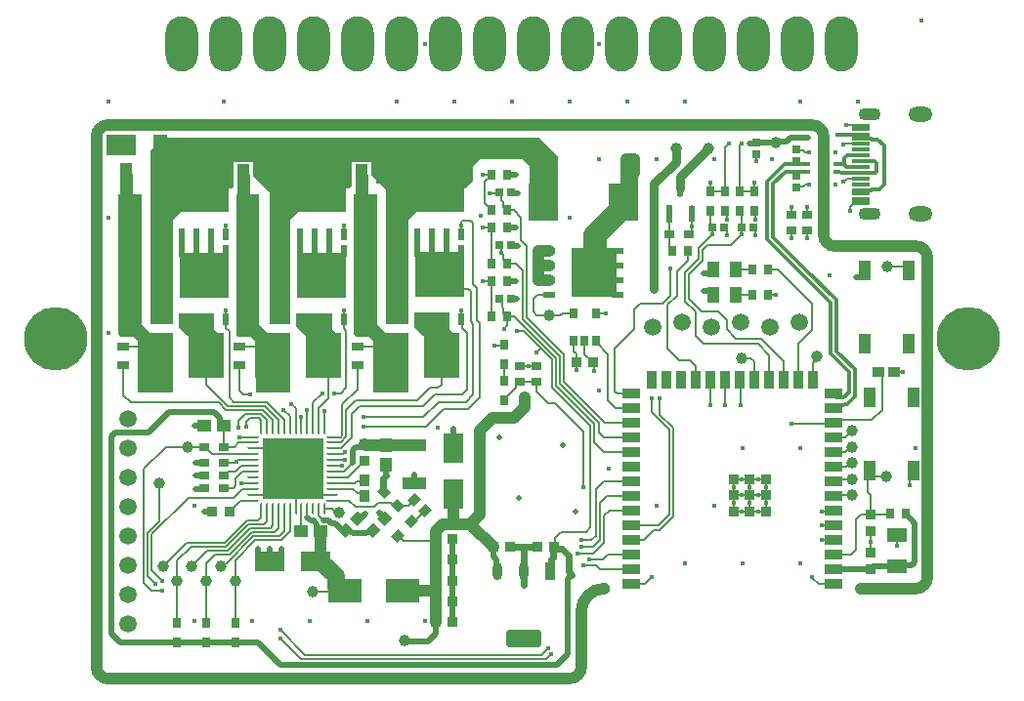
<source format=gtl>
G04*
G04 #@! TF.GenerationSoftware,Altium Limited,Altium Designer,24.0.1 (36)*
G04*
G04 Layer_Physical_Order=1*
G04 Layer_Color=255*
%FSLAX44Y44*%
%MOMM*%
G71*
G04*
G04 #@! TF.SameCoordinates,05413D53-65B9-48FF-A265-3E5B4AF29DD5*
G04*
G04*
G04 #@! TF.FilePolarity,Positive*
G04*
G01*
G75*
%ADD11C,0.2000*%
%ADD13C,0.3000*%
G04:AMPARAMS|DCode=20|XSize=0.9mm|YSize=0.8mm|CornerRadius=0mm|HoleSize=0mm|Usage=FLASHONLY|Rotation=225.000|XOffset=0mm|YOffset=0mm|HoleType=Round|Shape=Rectangle|*
%AMROTATEDRECTD20*
4,1,4,0.0354,0.6010,0.6010,0.0354,-0.0354,-0.6010,-0.6010,-0.0354,0.0354,0.6010,0.0*
%
%ADD20ROTATEDRECTD20*%

G04:AMPARAMS|DCode=22|XSize=0.9mm|YSize=0.8mm|CornerRadius=0mm|HoleSize=0mm|Usage=FLASHONLY|Rotation=135.000|XOffset=0mm|YOffset=0mm|HoleType=Round|Shape=Rectangle|*
%AMROTATEDRECTD22*
4,1,4,0.6010,-0.0354,0.0354,-0.6010,-0.6010,0.0354,-0.0354,0.6010,0.6010,-0.0354,0.0*
%
%ADD22ROTATEDRECTD22*%

G04:AMPARAMS|DCode=23|XSize=1.5596mm|YSize=3.1321mm|CornerRadius=0.4133mm|HoleSize=0mm|Usage=FLASHONLY|Rotation=270.000|XOffset=0mm|YOffset=0mm|HoleType=Round|Shape=RoundedRectangle|*
%AMROUNDEDRECTD23*
21,1,1.5596,2.3055,0,0,270.0*
21,1,0.7330,3.1321,0,0,270.0*
1,1,0.8266,-1.1528,-0.3665*
1,1,0.8266,-1.1528,0.3665*
1,1,0.8266,1.1528,0.3665*
1,1,0.8266,1.1528,-0.3665*
%
%ADD23ROUNDEDRECTD23*%
G04:AMPARAMS|DCode=24|XSize=1.5596mm|YSize=0.8321mm|CornerRadius=0.4161mm|HoleSize=0mm|Usage=FLASHONLY|Rotation=270.000|XOffset=0mm|YOffset=0mm|HoleType=Round|Shape=RoundedRectangle|*
%AMROUNDEDRECTD24*
21,1,1.5596,0.0000,0,0,270.0*
21,1,0.7275,0.8321,0,0,270.0*
1,1,0.8321,0.0000,-0.3638*
1,1,0.8321,0.0000,0.3638*
1,1,0.8321,0.0000,0.3638*
1,1,0.8321,0.0000,-0.3638*
%
%ADD24ROUNDEDRECTD24*%
%ADD25R,0.8321X1.5596*%
%ADD26R,0.8000X0.9000*%
%ADD28R,1.0581X0.9121*%
%ADD29R,1.1000X2.0500*%
%ADD30R,0.6654X0.6725*%
%ADD34R,1.2602X1.7382*%
%ADD35R,0.9581X0.9121*%
%ADD36R,0.9000X0.8000*%
G04:AMPARAMS|DCode=40|XSize=0.2393mm|YSize=1.0096mm|CornerRadius=0.1196mm|HoleSize=0mm|Usage=FLASHONLY|Rotation=180.000|XOffset=0mm|YOffset=0mm|HoleType=Round|Shape=RoundedRectangle|*
%AMROUNDEDRECTD40*
21,1,0.2393,0.7704,0,0,180.0*
21,1,0.0000,1.0096,0,0,180.0*
1,1,0.2393,0.0000,0.3852*
1,1,0.2393,0.0000,0.3852*
1,1,0.2393,0.0000,-0.3852*
1,1,0.2393,0.0000,-0.3852*
%
%ADD40ROUNDEDRECTD40*%
G04:AMPARAMS|DCode=41|XSize=1.0096mm|YSize=0.2393mm|CornerRadius=0.1196mm|HoleSize=0mm|Usage=FLASHONLY|Rotation=180.000|XOffset=0mm|YOffset=0mm|HoleType=Round|Shape=RoundedRectangle|*
%AMROUNDEDRECTD41*
21,1,1.0096,0.0000,0,0,180.0*
21,1,0.7704,0.2393,0,0,180.0*
1,1,0.2393,-0.3852,0.0000*
1,1,0.2393,0.3852,0.0000*
1,1,0.2393,0.3852,0.0000*
1,1,0.2393,-0.3852,0.0000*
%
%ADD41ROUNDEDRECTD41*%
%ADD42R,1.0096X0.2393*%
G04:AMPARAMS|DCode=43|XSize=0.9581mm|YSize=0.9121mm|CornerRadius=0mm|HoleSize=0mm|Usage=FLASHONLY|Rotation=45.000|XOffset=0mm|YOffset=0mm|HoleType=Round|Shape=Rectangle|*
%AMROTATEDRECTD43*
4,1,4,-0.0163,-0.6612,-0.6612,-0.0163,0.0163,0.6612,0.6612,0.0163,-0.0163,-0.6612,0.0*
%
%ADD43ROTATEDRECTD43*%

%ADD44R,0.6725X0.6654*%
%ADD45R,1.1581X1.0121*%
%ADD46R,0.9121X0.9581*%
%ADD47R,1.0121X1.1581*%
%ADD48R,2.0500X1.1000*%
%ADD49R,0.9121X1.0581*%
%ADD54R,2.5000X3.3000*%
%ADD62R,1.7582X1.3055*%
G04:AMPARAMS|DCode=63|XSize=1.5052mm|YSize=0.5721mm|CornerRadius=0.2861mm|HoleSize=0mm|Usage=FLASHONLY|Rotation=90.000|XOffset=0mm|YOffset=0mm|HoleType=Round|Shape=RoundedRectangle|*
%AMROUNDEDRECTD63*
21,1,1.5052,0.0000,0,0,90.0*
21,1,0.9331,0.5721,0,0,90.0*
1,1,0.5721,0.0000,0.4666*
1,1,0.5721,0.0000,-0.4666*
1,1,0.5721,0.0000,-0.4666*
1,1,0.5721,0.0000,0.4666*
%
%ADD63ROUNDEDRECTD63*%
%ADD64R,0.5721X1.5052*%
%ADD65C,1.0000*%
%ADD75R,5.2500X5.2500*%
G04:AMPARAMS|DCode=94|XSize=0.95mm|YSize=0.8mm|CornerRadius=0mm|HoleSize=0mm|Usage=FLASHONLY|Rotation=225.000|XOffset=0mm|YOffset=0mm|HoleType=Round|Shape=Rectangle|*
%AMROTATEDRECTD94*
4,1,4,0.0530,0.6187,0.6187,0.0530,-0.0530,-0.6187,-0.6187,-0.0530,0.0530,0.6187,0.0*
%
%ADD94ROTATEDRECTD94*%

%ADD95C,1.0000*%
%ADD96R,0.9500X0.8000*%
G04:AMPARAMS|DCode=97|XSize=1.4mm|YSize=1mm|CornerRadius=0.075mm|HoleSize=0mm|Usage=FLASHONLY|Rotation=90.000|XOffset=0mm|YOffset=0mm|HoleType=Round|Shape=RoundedRectangle|*
%AMROUNDEDRECTD97*
21,1,1.4000,0.8500,0,0,90.0*
21,1,1.2500,1.0000,0,0,90.0*
1,1,0.1500,0.4250,0.6250*
1,1,0.1500,0.4250,-0.6250*
1,1,0.1500,-0.4250,-0.6250*
1,1,0.1500,-0.4250,0.6250*
%
%ADD97ROUNDEDRECTD97*%
%ADD98R,0.8000X0.9500*%
%ADD99R,1.0000X1.7000*%
%ADD100R,1.0000X0.8000*%
%ADD101R,3.1000X4.0000*%
%ADD102R,1.5000X0.3200*%
%ADD103R,4.2500X4.0000*%
%ADD104R,0.5000X1.0000*%
%ADD105R,1.7000X2.5000*%
%ADD106R,3.0000X2.0000*%
%ADD107R,2.5000X1.7000*%
%ADD108R,0.6500X0.9000*%
%ADD109R,4.0000X4.2500*%
%ADD110R,1.0000X0.5000*%
%ADD111R,0.9000X0.9000*%
%ADD112R,1.5000X0.9000*%
%ADD113R,0.9000X1.5000*%
%ADD114C,0.5000*%
%ADD115C,0.6000*%
%ADD116C,0.8000*%
%ADD117C,1.1000*%
%ADD118C,0.3145*%
%ADD119C,1.5000*%
%ADD120C,2.0000*%
%ADD121O,2.8000X4.8000*%
%ADD122C,1.5000*%
%ADD123C,5.5000*%
%ADD124O,2.1000X1.3000*%
%ADD125O,1.9000X1.1000*%
%ADD126C,0.4000*%
%ADD127C,0.5000*%
G36*
X-341500Y-78000D02*
X-326000D01*
Y-96000D01*
X-326000Y-96000D01*
X-351000D01*
Y-78000D01*
X-341500Y-78000D01*
X-341500Y-78000D01*
D02*
G37*
G36*
X40000Y-97000D02*
Y-137000D01*
X15000D01*
Y-106000D01*
X9000Y-100000D01*
X-28000D01*
X-34000Y-106000D01*
Y-118000D01*
X-41000Y-125000D01*
X-63000D01*
X-90000Y-152000D01*
Y-243000D01*
X-109000D01*
Y-126000D01*
X-122000Y-113000D01*
Y-102000D01*
X-139000D01*
Y-123000D01*
X-141000Y-125000D01*
X-165000D01*
X-192000Y-152000D01*
X-192000Y-243000D01*
X-210000D01*
Y-128000D01*
X-224000Y-114000D01*
Y-102000D01*
X-241000D01*
Y-123000D01*
X-243000Y-125000D01*
X-267000D01*
X-294000Y-152000D01*
Y-243000D01*
X-313000D01*
Y-92000D01*
X-302000Y-81000D01*
X24000D01*
X40000Y-97000D01*
D02*
G37*
G36*
X-54000Y-246890D02*
X-51000Y-249890D01*
Y-252890D01*
X-77000D01*
X-85000Y-244890D01*
Y-232890D01*
X-54000D01*
Y-246890D01*
D02*
G37*
G36*
X-156000Y-247000D02*
X-153000Y-250000D01*
Y-253000D01*
X-179000D01*
X-187000Y-245000D01*
Y-233000D01*
X-156000D01*
Y-247000D01*
D02*
G37*
G36*
X-258000D02*
X-255000Y-250000D01*
Y-253000D01*
X-281000D01*
X-289000Y-245000D01*
Y-233000D01*
X-258000D01*
Y-247000D01*
D02*
G37*
G36*
X-117000Y-242890D02*
X-117000D01*
X-109000Y-250890D01*
Y-257890D01*
X-120000D01*
X-124000Y-253890D01*
X-135000D01*
X-137000Y-251890D01*
Y-243000D01*
X-137000D01*
Y-130000D01*
X-117000D01*
Y-242890D01*
D02*
G37*
G36*
X-219000Y-243000D02*
X-211000Y-251000D01*
Y-258000D01*
X-222000D01*
X-226000Y-254000D01*
X-237000D01*
X-239000Y-252000D01*
Y-250000D01*
Y-130000D01*
X-219000D01*
Y-243000D01*
D02*
G37*
G36*
X-321000D02*
X-313000Y-251000D01*
Y-258000D01*
X-324000D01*
X-328000Y-254000D01*
X-339000D01*
X-341000Y-252000D01*
Y-243000D01*
Y-130000D01*
X-321000D01*
Y-243000D01*
D02*
G37*
G36*
X-90000Y-301890D02*
X-120000D01*
Y-279890D01*
X-90000D01*
Y-301890D01*
D02*
G37*
G36*
X-192000Y-302000D02*
X-222000D01*
Y-280000D01*
X-192000D01*
Y-302000D01*
D02*
G37*
G36*
X-294000D02*
X-324000D01*
Y-280000D01*
X-294000D01*
Y-302000D01*
D02*
G37*
D11*
X221750Y-217000D02*
X229000D01*
X221750Y-217000D02*
X221750Y-217000D01*
X-116000Y-398000D02*
X-105172D01*
X-119000Y-401000D02*
X-116000Y-398000D01*
X-103161Y-400010D02*
X-98990D01*
X-105172Y-398000D02*
X-103161Y-400010D01*
X-99343Y-399657D02*
X-98636Y-400364D01*
X-89910D01*
X-84773Y-395227D01*
X-84773D01*
X-84444Y-413990D02*
X-75227Y-404773D01*
X-86990Y-413990D02*
X-84444D01*
X-94021Y-431000D02*
X-68270D01*
X-66270Y-429000D01*
X-99010Y-426010D02*
X-99010D01*
X-94021Y-431000D01*
X37000Y-436730D02*
Y-428000D01*
Y-436730D02*
X37831Y-437561D01*
X37000Y-428000D02*
X42000Y-423000D01*
X64000D01*
X68000Y-419000D02*
Y-330849D01*
X64000Y-423000D02*
X68000Y-419000D01*
X75000Y-337000D02*
X79200Y-341200D01*
X75000Y-337000D02*
Y-327950D01*
X79200Y-341200D02*
X103500D01*
X79900Y-353900D02*
X103500D01*
X71500Y-345500D02*
Y-329399D01*
Y-345500D02*
X79900Y-353900D01*
X41500Y-294450D02*
X75000Y-327950D01*
X41500Y-294450D02*
Y-270450D01*
X260850Y-276315D02*
X264000Y-273165D01*
X260850Y-290600D02*
Y-276315D01*
X264000Y-273165D02*
Y-271000D01*
X248150Y-290600D02*
Y-259850D01*
X260000Y-248000D01*
Y-225000D01*
X-155652Y-402513D02*
X-152165Y-406000D01*
X-162500Y-402513D02*
X-155652D01*
X-152165Y-406000D02*
X-150000D01*
X278500Y-392000D02*
X279500Y-391000D01*
X295000D01*
X280800Y-377000D02*
X295000D01*
X278500Y-379300D02*
X280800Y-377000D01*
X289235Y-366600D02*
X292835Y-363000D01*
X278500Y-366600D02*
X289235D01*
X292835Y-363000D02*
X295000D01*
X289000Y-353900D02*
X293900Y-349000D01*
X278500Y-353900D02*
X289000D01*
X293900Y-349000D02*
X295000D01*
X288800Y-341200D02*
X295000Y-335000D01*
X278500Y-341200D02*
X288800D01*
X312000Y-326000D02*
X321000Y-317000D01*
X281000Y-326000D02*
X312000D01*
X278000Y-329000D02*
X281000Y-326000D01*
X308000Y-371500D02*
X310000Y-369500D01*
X308000Y-388250D02*
Y-371500D01*
X310500Y-407730D02*
Y-390750D01*
X308000Y-388250D02*
X310500Y-390750D01*
X317230Y-284000D02*
X317439D01*
X321000Y-287561D01*
Y-317000D02*
Y-287561D01*
X344500Y-382000D02*
Y-373000D01*
X348000Y-369500D01*
X310000Y-375000D02*
Y-369500D01*
Y-375000D02*
X310000Y-375000D01*
X324000D01*
X207000Y-272000D02*
X210050Y-275050D01*
X199000Y-272000D02*
X207000D01*
X210050Y-290600D02*
Y-275050D01*
X213000Y-260000D02*
X222750Y-269750D01*
X166000Y-260000D02*
X213000D01*
X222750Y-290600D02*
Y-269750D01*
X159000Y-253000D02*
Y-232000D01*
Y-253000D02*
X166000Y-260000D01*
X194000Y-255000D02*
X216000D01*
X235450Y-274450D01*
X186000Y-247000D02*
X194000Y-255000D01*
X186000Y-247000D02*
Y-239000D01*
X7000Y-279250D02*
X21000D01*
X330770Y-284000D02*
X339000D01*
X242000Y-329000D02*
X278000D01*
X37000Y-311000D02*
X62000Y-336000D01*
X31000Y-311000D02*
X37000D01*
X62000Y-384000D02*
Y-336000D01*
X21000Y-301000D02*
X31000Y-311000D01*
X21000Y-301000D02*
Y-292750D01*
X34500Y-297349D02*
X68000Y-330849D01*
X34500Y-297349D02*
Y-273450D01*
X38000Y-295899D02*
Y-272000D01*
Y-295899D02*
X71500Y-329399D01*
X45000Y-293000D02*
X80500Y-328500D01*
X45000Y-293000D02*
Y-269000D01*
X80500Y-328500D02*
X103500D01*
X7000Y-292750D02*
X7000Y-292750D01*
X21000D01*
X3250Y-297750D02*
Y-295750D01*
X6250Y-292750D01*
X-7000Y-308500D02*
Y-308000D01*
X3250Y-297750D01*
X6250Y-292750D02*
X7000D01*
X-7000Y-291500D02*
Y-277500D01*
X-7500Y-261000D02*
X-7000Y-260500D01*
X-15000Y-261000D02*
X-7500D01*
X292750Y-144500D02*
X293133Y-144117D01*
Y-140668D01*
X296400Y-137400D01*
X302300D01*
X289950Y-70200D02*
X302100D01*
X302300Y-70399D01*
X289750Y-70000D02*
X289950Y-70200D01*
X-239125Y-361625D02*
X-238000Y-360500D01*
X-224512D01*
X-249500Y-362750D02*
X-240250D01*
X-239125Y-361625D01*
X-148250Y-365500D02*
X-147250D01*
X-148250Y-365500D02*
X-148250Y-365500D01*
X-155487Y-365500D02*
X-148250D01*
X212000Y-101000D02*
Y-95071D01*
X-112890Y-262000D02*
X-105000Y-269890D01*
X-134000Y-262000D02*
X-112890D01*
X265659Y-468200D02*
X278500D01*
X260000Y-462541D02*
X265659Y-468200D01*
X260000Y-462541D02*
Y-462000D01*
X114800Y-468200D02*
X121000Y-462000D01*
X103500Y-468200D02*
X114800D01*
X-200000Y-368000D02*
X-192000D01*
X-210000Y-378000D02*
X-200000Y-368000D01*
X-202000Y-388000D02*
Y-386071D01*
X-200000Y-384071D01*
Y-380000D01*
X-202000Y-378000D02*
X-200000Y-380000D01*
X-205500Y-383500D02*
Y-381500D01*
X-210000Y-388000D02*
X-205500Y-383500D01*
X-202000Y-378000D02*
X-192000Y-368000D01*
X-190000D01*
X-205500Y-381500D02*
X-202000Y-378000D01*
X-190000Y-368000D02*
X-187500Y-370500D01*
X-207500Y-350500D02*
X-190000Y-368000D01*
X-212500Y-390500D02*
X-210000Y-388000D01*
X-206000Y-384000D02*
Y-383000D01*
X-210000Y-388000D02*
X-210000D01*
X256000Y-168000D02*
Y-161500D01*
X256000Y-168000D02*
X256000Y-168000D01*
X242000Y-168000D02*
Y-161750D01*
X241750Y-161500D02*
X242000Y-161750D01*
X206000Y-391000D02*
X220000D01*
X192000D02*
X206000D01*
Y-377000D02*
X220000D01*
X206000Y-391000D02*
Y-377000D01*
Y-405000D02*
Y-391000D01*
X206000Y-405000D02*
X220000D01*
X206000D02*
X206000Y-405000D01*
X192000Y-391000D02*
Y-377000D01*
Y-405000D02*
Y-391000D01*
Y-405000D02*
X192000Y-405000D01*
X192000Y-405000D02*
X206000D01*
X192000Y-405000D02*
X192000Y-405000D01*
X220000Y-391000D02*
Y-377000D01*
Y-405000D02*
Y-391000D01*
X192000Y-377000D02*
X206000D01*
X162000Y-177000D02*
X174000Y-165000D01*
X162000Y-186000D02*
Y-177000D01*
X199000Y-165000D02*
X199000D01*
X189750Y-174250D02*
X199000Y-165000D01*
X165500Y-178500D02*
X169750Y-174250D01*
X189750D01*
X165500Y-187450D02*
Y-178500D01*
X164000Y-231500D02*
X178500D01*
X186000Y-239000D01*
X153500Y-221000D02*
X164000Y-231500D01*
X153500Y-199450D02*
X165500Y-187450D01*
X153500Y-221000D02*
Y-199450D01*
X235450Y-290600D02*
Y-274450D01*
X150000Y-198000D02*
X162000Y-186000D01*
X150000Y-223000D02*
Y-198000D01*
Y-223000D02*
X159000Y-232000D01*
X135000Y-226000D02*
X143000Y-218000D01*
X135000Y-264000D02*
Y-226000D01*
Y-264000D02*
X137000Y-266000D01*
Y-266000D02*
X145000Y-274000D01*
X137000Y-266000D02*
Y-266000D01*
X145000Y-274000D02*
X154000D01*
X159250Y-279250D01*
Y-290600D02*
Y-279250D01*
X143000Y-218000D02*
Y-197000D01*
X152750Y-187250D01*
Y-179000D01*
X130000Y-225000D02*
X137000Y-218000D01*
Y-194000D01*
X-7000Y-246500D02*
X-4250Y-243750D01*
Y-236000D01*
X-7000Y-247000D02*
Y-246500D01*
X-18000Y-236250D02*
X-17750Y-236000D01*
Y-205000D01*
X-11536Y-129000D02*
X-11036Y-128500D01*
X-19500Y-129000D02*
X-11536D01*
X-24000Y-137750D02*
X-21500Y-140250D01*
X-17750Y-113750D02*
Y-113000D01*
X-24000Y-137750D02*
Y-119250D01*
X-17750Y-144000D02*
Y-143250D01*
X-20750Y-140250D02*
X-17750Y-143250D01*
X-24000Y-119250D02*
X-21500Y-116750D01*
X-20750D01*
X-21500Y-140250D02*
X-20750D01*
Y-116750D02*
X-17750Y-113750D01*
X211000Y-152000D02*
Y-145500D01*
X210000Y-144500D02*
X211000Y-145500D01*
X210000Y-127500D02*
Y-120000D01*
X210000Y-127500D02*
X210000Y-127500D01*
X199000Y-165000D02*
Y-159036D01*
X198964Y-159000D02*
X199000Y-159036D01*
X174000Y-165000D02*
Y-159036D01*
X173964Y-159000D02*
X174000Y-159036D01*
X198964Y-159000D02*
Y-146464D01*
X197000Y-144500D02*
X198964Y-146464D01*
X172000Y-157036D02*
X173964Y-159000D01*
X172000Y-157036D02*
Y-144500D01*
X171500Y-145000D02*
X172000Y-144500D01*
X172000Y-127500D02*
Y-120000D01*
X172000Y-127500D02*
X172000Y-127500D01*
X-201000Y-508000D02*
X-179500Y-529500D01*
X25500D01*
X31000Y-524000D01*
X83200Y-442800D02*
X103500D01*
X79000Y-447000D02*
X83200Y-442800D01*
X67000Y-447000D02*
X79000D01*
X73000Y-452000D02*
X76500Y-455500D01*
X62000Y-452000D02*
X73000D01*
X-201000Y-515000D02*
X-183000Y-533000D01*
X209036Y-159000D02*
X211000Y-160964D01*
Y-166000D02*
Y-160964D01*
X186000Y-166000D02*
Y-160964D01*
X184036Y-159000D02*
X186000Y-160964D01*
Y-152000D02*
Y-145500D01*
X185000Y-144500D02*
X186000Y-145500D01*
X185000Y-89000D02*
X188000Y-86000D01*
X185000Y-127500D02*
Y-89000D01*
X197000Y-127500D02*
Y-88000D01*
X199000Y-86000D01*
X197000Y-127500D02*
X210000D01*
X172000Y-127500D02*
X185000D01*
X221750Y-217000D02*
X223000Y-215750D01*
X25025Y-263975D02*
X34500Y-273450D01*
X10050Y-249000D02*
X25025Y-263975D01*
X21541Y-267000D02*
X24566Y-263975D01*
X21000Y-267000D02*
X21541D01*
X24566Y-263975D02*
X25025D01*
X230000Y-195000D02*
X260000Y-225000D01*
X221750Y-195000D02*
X230000D01*
X193500Y-217000D02*
X208250D01*
X193500Y-195000D02*
X208250D01*
X111000Y-225000D02*
X130000D01*
X60000Y-436000D02*
X70000D01*
X60000Y-430000D02*
X69000D01*
X4000Y-249000D02*
X10050D01*
X2000Y-236000D02*
X38000Y-272000D01*
X9500Y-238450D02*
X41500Y-270450D01*
X13000Y-237000D02*
X45000Y-269000D01*
X-254250Y-310750D02*
X-247750Y-317250D01*
X-215772D01*
X-330500Y-310750D02*
X-254250D01*
X-246250Y-313750D02*
X-214322D01*
X-265000Y-295000D02*
Y-270000D01*
Y-295000D02*
X-246250Y-313750D01*
X-183000Y-533000D02*
X30000Y-533000D01*
X34000Y-529000D01*
X71000Y-283000D02*
Y-276730D01*
X70270Y-276000D02*
X71000Y-276730D01*
X106000Y-230000D02*
X111000Y-225000D01*
X89000Y-264000D02*
X106000Y-247000D01*
Y-230000D01*
X89000Y-301000D02*
Y-264000D01*
Y-301000D02*
X91100Y-303100D01*
X103500D01*
X325000Y-193000D02*
X340500D01*
X344000Y-196500D01*
X84300Y-404700D02*
X103500D01*
X80000Y-432000D02*
Y-409000D01*
X84300Y-404700D01*
X76500Y-397500D02*
X82000Y-392000D01*
X103500D01*
X76500Y-429500D02*
Y-397500D01*
X79700Y-379300D02*
X103500D01*
X73000Y-426000D02*
Y-386000D01*
X79700Y-379300D01*
X70000Y-436000D02*
X76500Y-429500D01*
X69000Y-430000D02*
X73000Y-426000D01*
X70000Y-442000D02*
X80000Y-432000D01*
X57000Y-442000D02*
X70000D01*
X-312000Y-474000D02*
X-303000D01*
X-319000Y-467000D02*
X-312000Y-474000D01*
X-315500Y-461500D02*
X-309000Y-468000D01*
X-312000Y-456000D02*
Y-425000D01*
Y-456000D02*
X-303000Y-465000D01*
X-281250Y-349000D02*
X-266000D01*
X-319000Y-467000D02*
Y-368000D01*
X-300000Y-349000D01*
X-281250D01*
X-315500Y-461500D02*
Y-423550D01*
X-306000Y-414050D01*
Y-381000D01*
X-312000Y-425000D02*
X-280250Y-393250D01*
X-241250D01*
X103500Y-430100D02*
X113900D01*
X123100Y-420900D02*
X128050D01*
X113900Y-430100D02*
X123100Y-420900D01*
X128000Y-321050D02*
X139500Y-332550D01*
X128000Y-321050D02*
Y-307000D01*
X139500Y-409450D02*
Y-332550D01*
X128050Y-420900D02*
X139500Y-409450D01*
X121000Y-319000D02*
Y-307000D01*
Y-319000D02*
X136000Y-334000D01*
Y-408000D02*
Y-334000D01*
X126600Y-417400D02*
X136000Y-408000D01*
X103500Y-417400D02*
X126600D01*
X76500Y-455500D02*
X103500D01*
X-290000Y-518500D02*
X-290000Y-518500D01*
X-4250Y-236000D02*
X2000D01*
X9500Y-238450D02*
Y-196000D01*
X3500Y-190000D02*
X9500Y-196000D01*
X-4250Y-190000D02*
X3500D01*
X72500Y-258250D02*
X83000Y-268750D01*
Y-309000D02*
Y-268750D01*
X72500Y-258250D02*
Y-257000D01*
X13000Y-237000D02*
Y-175000D01*
X8000Y-170000D02*
X13000Y-175000D01*
X8000Y-170000D02*
Y-150000D01*
X2000Y-144000D02*
X8000Y-150000D01*
X-4250Y-144000D02*
X2000D01*
X83000Y-309000D02*
X89800Y-315800D01*
X103500D01*
X268000Y-430000D02*
X278400D01*
X278500Y-430100D01*
X278100Y-417000D02*
X278500Y-417400D01*
X268000Y-417000D02*
X278100D01*
X278200Y-405000D02*
X278500Y-404700D01*
X268000Y-405000D02*
X278200D01*
X-173000Y-475000D02*
X-146000D01*
X197350Y-290600D02*
X198000Y-291250D01*
Y-313000D02*
Y-291250D01*
X184650Y-290600D02*
X185000Y-290950D01*
Y-313000D02*
Y-290950D01*
X171950Y-290600D02*
X172000Y-290650D01*
Y-313000D02*
Y-290650D01*
X-240000Y-447500D02*
X-222500Y-430000D01*
X-240000Y-465000D02*
Y-447500D01*
X-250335Y-452500D02*
X-247953Y-450118D01*
X-247568D02*
X-223950Y-426500D01*
X-252500Y-452500D02*
X-250335D01*
X-247953Y-450118D02*
X-247568D01*
X-240000Y-501500D02*
Y-465000D01*
Y-501500D02*
X-240000Y-501500D01*
X-265000Y-501500D02*
Y-465000D01*
Y-501500D02*
X-265000Y-501500D01*
X-290000D02*
X-290000Y-501500D01*
X-290000Y-501500D02*
Y-465000D01*
X-223950Y-426500D02*
X-201450D01*
X-217500Y-410000D02*
Y-402513D01*
X-220000Y-412500D02*
X-217500Y-410000D01*
X-229749Y-412500D02*
X-220000D01*
X-249249Y-432000D02*
X-229749Y-412500D01*
X-282000Y-432000D02*
X-249249D01*
X-302500Y-452500D02*
X-282000Y-432000D01*
X-290000Y-465000D02*
Y-447500D01*
X-290000Y-465000D02*
X-290000Y-465000D01*
X-278000Y-435500D02*
X-247799D01*
X-290000Y-447500D02*
X-278000Y-435500D01*
X-247799D02*
X-228299Y-416000D01*
X-215000D01*
X-212500Y-413500D02*
Y-402513D01*
X-215000Y-416000D02*
X-212500Y-413500D01*
X-257500Y-442500D02*
X-244900D01*
X-225399Y-423000D01*
X-209500Y-419500D02*
X-207500Y-417500D01*
Y-402513D01*
X-226849Y-419500D02*
X-209500D01*
X-264000Y-439000D02*
X-246349D01*
X-226849Y-419500D01*
X-277500Y-452500D02*
X-264000Y-439000D01*
X-225399Y-423000D02*
X-205500D01*
X-202500Y-420000D01*
Y-402513D01*
X-265000Y-450000D02*
X-257500Y-442500D01*
X-265000Y-465000D02*
Y-450000D01*
X-201450Y-426500D02*
X-197500Y-422550D01*
Y-402513D01*
X-200000Y-430000D02*
X-192500Y-422500D01*
Y-402513D01*
X-222500Y-430000D02*
X-200000D01*
X-187500Y-370500D02*
X-167500Y-390500D01*
X-187500Y-402513D02*
Y-370500D01*
X287541Y-119250D02*
X290466Y-116325D01*
X287000Y-119250D02*
X287541D01*
X290466Y-116325D02*
X302225D01*
X302300Y-116400D01*
X241750Y-148000D02*
Y-140750D01*
X256000Y-148000D02*
X256000Y-148000D01*
X256000Y-148000D02*
Y-140750D01*
X287050Y-86450D02*
X302250D01*
X287000Y-86500D02*
X287050Y-86450D01*
X302250D02*
X302300Y-86400D01*
X246750Y-91214D02*
X247495Y-91959D01*
X252598D02*
X254159Y-93520D01*
X256770D02*
X257000Y-93750D01*
X247495Y-91959D02*
X252598D01*
X254159Y-93520D02*
X256770D01*
X252598Y-123041D02*
X254034Y-121605D01*
X256895D01*
X257000Y-121500D01*
X247495Y-123041D02*
X252598D01*
X246750Y-123786D02*
X247495Y-123041D01*
X333750Y-434750D02*
Y-425236D01*
X310750Y-440230D02*
Y-431750D01*
X310500Y-440480D02*
X310750Y-440230D01*
Y-431750D02*
Y-422520D01*
X310500Y-422270D02*
X310750Y-422520D01*
X326520Y-407730D02*
X327750Y-406500D01*
X310500Y-407730D02*
X326520D01*
X298000Y-411750D02*
X302020Y-407730D01*
X310500D01*
X298000Y-438250D02*
Y-411750D01*
X278500Y-442800D02*
X293450D01*
X298000Y-438250D01*
X-266000Y-349000D02*
X-266000Y-349000D01*
X-248250Y-230750D02*
X-248100Y-230900D01*
Y-238440D02*
Y-230900D01*
Y-238440D02*
X-247950Y-238590D01*
X-145975Y-164565D02*
Y-157025D01*
X-146000Y-157000D02*
X-145975Y-157025D01*
Y-164565D02*
X-145950Y-164590D01*
X-76750Y-323500D02*
X-63500Y-310250D01*
X-128500Y-323500D02*
X-76750D01*
X-63500Y-310250D02*
X-40000D01*
X-34000Y-207750D02*
Y-155000D01*
Y-207750D02*
X-30250Y-211500D01*
Y-239000D02*
Y-211500D01*
Y-239000D02*
X-27750Y-241500D01*
Y-306000D02*
Y-241500D01*
X-44000Y-157000D02*
X-43757Y-156757D01*
Y-154172D02*
X-42586Y-153000D01*
X-36000D01*
X-43757Y-156757D02*
Y-154172D01*
X-36000Y-153000D02*
X-34000Y-155000D01*
X-37750Y-316000D02*
X-27750Y-306000D01*
X-59000Y-316000D02*
X-37750D01*
X-74250Y-331250D02*
X-59000Y-316000D01*
X-128500Y-331250D02*
X-74250D01*
X-45000Y-212000D02*
X-37750D01*
X-35500Y-214250D01*
Y-240250D02*
Y-214250D01*
X-33500Y-303750D02*
Y-242250D01*
X-35500Y-240250D02*
X-33500Y-242250D01*
X-40000Y-310250D02*
X-33500Y-303750D01*
X-155412Y-360425D02*
X-144675D01*
X-144500Y-360250D01*
X-155487Y-360500D02*
X-155412Y-360425D01*
X-146791Y-355500D02*
X-145041Y-353750D01*
X-144500D01*
X-155487Y-355500D02*
X-146791D01*
X-43950Y-238480D02*
X-43500Y-238930D01*
Y-245750D02*
Y-238930D01*
Y-245750D02*
X-38750Y-250500D01*
Y-299500D02*
Y-250500D01*
X-42750Y-303500D02*
X-38750Y-299500D01*
X-77250Y-314000D02*
X-66750Y-303500D01*
X-42750D01*
X-132250Y-314000D02*
X-77250D01*
X-138750Y-320500D02*
X-132250Y-314000D01*
X-138750Y-340649D02*
Y-320500D01*
X-148525Y-350425D02*
X-138750Y-340649D01*
X-155412Y-350425D02*
X-148525D01*
X-155487Y-350500D02*
X-155412Y-350425D01*
X-61000Y-295000D02*
Y-269890D01*
X-71500Y-298000D02*
X-64000D01*
X-61000Y-295000D01*
X-82250Y-308750D02*
X-71500Y-298000D01*
X-143500Y-317000D02*
X-135250Y-308750D01*
X-82250D01*
X-143500Y-340450D02*
Y-317000D01*
X-155487Y-345500D02*
X-155412Y-345425D01*
X-148475D01*
X-143500Y-340450D01*
X-145500Y-370500D02*
X-138250Y-363250D01*
X-147000Y-312250D02*
X-134000Y-299250D01*
Y-278000D01*
X-147000Y-339000D02*
Y-312250D01*
X-148500Y-340500D02*
X-147000Y-339000D01*
X-155487Y-340500D02*
X-148500D01*
X-236000Y-300250D02*
X-232750Y-303500D01*
X-227250D01*
X-191500Y-311750D02*
X-187500Y-315750D01*
Y-333488D02*
Y-315750D01*
Y-333488D02*
X-187500Y-333488D01*
X-162500Y-318250D02*
X-162500Y-318250D01*
Y-333488D02*
X-162500Y-333488D01*
X-162500Y-333488D02*
Y-318250D01*
X-145950Y-245800D02*
Y-238590D01*
Y-245800D02*
X-143500Y-248250D01*
Y-298000D02*
Y-248250D01*
X-148000Y-302500D02*
X-143500Y-298000D01*
X-153750Y-302500D02*
X-148000D01*
X-172500Y-310750D02*
X-164500Y-302750D01*
X-172500Y-333488D02*
Y-310750D01*
X-163000Y-270000D02*
X-159000Y-274000D01*
Y-306750D02*
Y-274000D01*
X-167500Y-315250D02*
X-159000Y-306750D01*
X-167500Y-333488D02*
Y-315250D01*
X-177500Y-317000D02*
X-177500Y-317000D01*
Y-333488D02*
Y-317000D01*
X-182500Y-333488D02*
Y-322750D01*
X-182500Y-322750D02*
X-182500Y-322750D01*
X-236000Y-300250D02*
Y-278000D01*
X-215000Y-262000D02*
X-207000Y-270000D01*
X-236000Y-262000D02*
X-215000D01*
X-192500Y-333488D02*
Y-322500D01*
X-198000Y-317000D02*
X-192500Y-322500D01*
X-241000Y-310250D02*
X-212873D01*
X-197500Y-333488D02*
Y-325623D01*
X-212873Y-310250D02*
X-197500Y-325623D01*
X-245000Y-306250D02*
X-241000Y-310250D01*
X-245000Y-306250D02*
Y-249000D01*
X-247950Y-246050D02*
X-245000Y-249000D01*
X-247950Y-246050D02*
Y-238590D01*
X-214322Y-313750D02*
X-202500Y-325572D01*
Y-333488D02*
Y-325572D01*
X-317000Y-262000D02*
X-309000Y-270000D01*
X-337000Y-262000D02*
X-317000D01*
X-337000Y-304250D02*
X-330500Y-310750D01*
X-337000Y-304250D02*
Y-278000D01*
X-207500Y-333488D02*
Y-325522D01*
X-215772Y-317250D02*
X-207500Y-325522D01*
X-227250Y-324250D02*
X-219500D01*
X-217500Y-326250D01*
Y-333488D02*
Y-326250D01*
X-230000Y-331250D02*
Y-327000D01*
X-227250Y-324250D01*
X-231000Y-320750D02*
X-217222D01*
X-236750Y-332500D02*
Y-326500D01*
X-231000Y-320750D01*
X-217222D02*
X-212500Y-325472D01*
Y-333488D02*
Y-325472D01*
X-224513Y-340500D02*
X-224512Y-340500D01*
X-236500Y-340500D02*
X-224513D01*
X-249730Y-331000D02*
X-249500Y-331230D01*
Y-349000D02*
Y-331230D01*
X-9000Y-135500D02*
Y-130536D01*
X-11036Y-128500D02*
X-9000Y-130536D01*
X-7250Y-141000D02*
Y-137250D01*
Y-141000D02*
X-4250Y-144000D01*
X-9000Y-135500D02*
X-7250Y-137250D01*
X-9000Y-180750D02*
Y-176536D01*
X-11036Y-174500D02*
X-9000Y-176536D01*
X-7250Y-187000D02*
X-4250Y-190000D01*
X-7250Y-187000D02*
Y-182500D01*
X-9000Y-180750D02*
X-7250Y-182500D01*
X-8709Y-227291D02*
Y-222827D01*
X-11036Y-220500D02*
X-8709Y-222827D01*
Y-227291D02*
X-7250Y-228750D01*
Y-233000D02*
Y-228750D01*
Y-233000D02*
X-4250Y-236000D01*
X-17750Y-190000D02*
Y-159000D01*
X-25000Y-205000D02*
X-17750D01*
X-25000Y-159000D02*
X-17750D01*
X-17750Y-159000D01*
X-25000Y-113000D02*
X-17750D01*
X-145975Y-238565D02*
Y-231025D01*
X-146000Y-231000D02*
X-145975Y-231025D01*
Y-238565D02*
X-145950Y-238590D01*
X-44000Y-231000D02*
X-43975Y-231025D01*
Y-238455D02*
X-43950Y-238480D01*
X-43975Y-238455D02*
Y-231025D01*
Y-164565D02*
Y-157025D01*
Y-164565D02*
X-43950Y-164590D01*
X-44000Y-157000D02*
X-43975Y-157025D01*
X-247975Y-164565D02*
X-247950Y-164590D01*
X-247975Y-164565D02*
Y-157025D01*
X-248000Y-157000D02*
X-247975Y-157025D01*
X21500Y-235000D02*
X32000D01*
X18250Y-231750D02*
Y-220500D01*
Y-231750D02*
X21500Y-235000D01*
X32000D02*
X41750D01*
X63000Y-268960D02*
Y-257000D01*
X70040Y-276000D02*
X70270D01*
X63000Y-268960D02*
X70040Y-276000D01*
X53500Y-266000D02*
X55730Y-268230D01*
X53500Y-266000D02*
Y-257000D01*
X55730Y-276000D02*
Y-268230D01*
Y-282730D02*
Y-276000D01*
X72500Y-233000D02*
X81500D01*
X41750Y-235000D02*
X43750Y-233000D01*
X53500D01*
X18250Y-220500D02*
X21700Y-217050D01*
X32410D01*
X155500Y-147005D02*
X155500Y-147005D01*
X155500Y-163000D02*
Y-147005D01*
X153500Y-165000D02*
X155500Y-163000D01*
X136500Y-176250D02*
X139250Y-179000D01*
X136500Y-176250D02*
Y-165000D01*
X136500Y-165000D02*
Y-147005D01*
Y-165000D02*
X136500Y-165000D01*
X-135500Y-401000D02*
X-119000D01*
X-141000Y-395500D02*
X-135500Y-401000D01*
X-155487Y-395500D02*
X-141000D01*
X-167500Y-390500D02*
X-155487D01*
X-134000Y-389250D02*
X-130520D01*
X-128000Y-391770D01*
X-137750Y-385500D02*
X-134000Y-389250D01*
X-155487Y-385500D02*
X-137750D01*
X-128520Y-378750D02*
X-128000Y-378230D01*
X-134500Y-378750D02*
X-128520D01*
X-136250Y-380500D02*
X-134500Y-378750D01*
X-155487Y-380500D02*
X-136250D01*
X-142000Y-375500D02*
X-128000Y-361500D01*
Y-361270D01*
X-155487Y-375500D02*
X-142000D01*
X-155487Y-370500D02*
X-145500D01*
X-167425Y-408575D02*
X-163250Y-412750D01*
X-167500Y-402513D02*
X-167425Y-402588D01*
Y-408575D02*
Y-402588D01*
X-177500Y-410250D02*
Y-402513D01*
X-177500Y-402513D01*
X-182540Y-422000D02*
X-182500Y-421960D01*
Y-402513D01*
X-244770Y-405000D02*
X-235270Y-395500D01*
X-224512D01*
X-245000Y-405000D02*
X-244770D01*
X-224512Y-390500D02*
X-212500D01*
X-241250Y-393250D02*
X-233500Y-385500D01*
X-224512D01*
X-234250Y-380500D02*
X-234250Y-380500D01*
X-224512D01*
X-241500Y-384750D02*
X-239250Y-382500D01*
X-249500Y-384750D02*
X-241500D01*
X-239250Y-382500D02*
Y-376250D01*
X-233500Y-370500D01*
X-224513D01*
X-246500Y-370750D02*
X-239800D01*
X-234550Y-365500D02*
X-224513D01*
X-239800Y-370750D02*
X-234550Y-365500D01*
X-249500Y-373750D02*
X-246500Y-370750D01*
X-266000Y-349000D02*
X-259500Y-355500D01*
X-266500Y-349000D02*
X-266000D01*
X-259500Y-355500D02*
X-224512D01*
Y-350500D02*
X-207500D01*
X-249500Y-349000D02*
X-240250D01*
X-236750Y-345500D01*
X-224512D01*
D13*
X282075Y-78325D02*
X302225D01*
X282000Y-78250D02*
X282075Y-78325D01*
X302225D02*
X302300Y-78400D01*
X322250Y-121250D02*
Y-87500D01*
X311997Y-82250D02*
X317000D01*
X322250Y-87500D01*
X311247Y-81500D02*
X311997Y-82250D01*
X302300Y-81400D02*
X302400Y-81500D01*
X311247D01*
X317950Y-125550D02*
X322250Y-121250D01*
X302400Y-126300D02*
X311247D01*
X302300Y-126400D02*
X302400Y-126300D01*
X311247D02*
X311997Y-125550D01*
X317950D01*
D20*
X-99010Y-426010D02*
D03*
X-86990Y-413990D02*
D03*
D22*
X-111010Y-387990D02*
D03*
X-98990Y-400010D02*
D03*
D23*
X10000Y-515262D02*
D03*
D24*
X-13000Y-456738D02*
D03*
X10000D02*
D03*
D25*
X33000D02*
D03*
D26*
X-7000Y-260500D02*
D03*
Y-277500D02*
D03*
Y-291500D02*
D03*
Y-308500D02*
D03*
X210000Y-127500D02*
D03*
Y-144500D02*
D03*
X197000Y-127500D02*
D03*
Y-144500D02*
D03*
X185000Y-127500D02*
D03*
Y-144500D02*
D03*
X172000Y-127500D02*
D03*
Y-144500D02*
D03*
X-290000Y-501500D02*
D03*
Y-518500D02*
D03*
X-265000Y-501500D02*
D03*
Y-518500D02*
D03*
X-240000Y-501500D02*
D03*
Y-518500D02*
D03*
D28*
X330770Y-284000D02*
D03*
X317230D02*
D03*
D29*
X-130500Y-114000D02*
D03*
X-97500D02*
D03*
X-232500D02*
D03*
X-199500D02*
D03*
X-334500Y-113000D02*
D03*
X-301500D02*
D03*
X-130500Y-201890D02*
D03*
X-97500D02*
D03*
X-130500Y-230890D02*
D03*
X-97500D02*
D03*
X-130500Y-172890D02*
D03*
X-97500D02*
D03*
X-130500Y-143890D02*
D03*
X-97500D02*
D03*
X-232500Y-173000D02*
D03*
X-199500Y-173000D02*
D03*
X-232500Y-144000D02*
D03*
X-199500D02*
D03*
X-232500Y-231000D02*
D03*
X-199500Y-231000D02*
D03*
X-232500Y-202000D02*
D03*
X-199500Y-202000D02*
D03*
X-334500Y-172000D02*
D03*
X-301500Y-172000D02*
D03*
X-334500Y-143000D02*
D03*
X-301500Y-143000D02*
D03*
X-334500Y-231000D02*
D03*
X-301500D02*
D03*
X-334500Y-202000D02*
D03*
X-301500D02*
D03*
D30*
X198964Y-159000D02*
D03*
X209036D02*
D03*
X173964D02*
D03*
X184036D02*
D03*
X-964Y-128500D02*
D03*
X-11036D02*
D03*
Y-220500D02*
D03*
X-964D02*
D03*
X-11036Y-174500D02*
D03*
X-964D02*
D03*
D34*
X-304818Y-87000D02*
D03*
X-333182D02*
D03*
D35*
X-16270Y-436000D02*
D03*
X-1730D02*
D03*
X-259540Y-405000D02*
D03*
X-245000D02*
D03*
X21730Y-436000D02*
D03*
X36270D02*
D03*
X-66270Y-429000D02*
D03*
X-51730D02*
D03*
Y-447000D02*
D03*
X-66270D02*
D03*
X-51730Y-501000D02*
D03*
X-66270D02*
D03*
X-51730Y-483000D02*
D03*
X-66270D02*
D03*
X-51730Y-465000D02*
D03*
X-66270D02*
D03*
X55730Y-276000D02*
D03*
X70270D02*
D03*
D36*
X-249500Y-373750D02*
D03*
X-266500D02*
D03*
X-249500Y-384750D02*
D03*
X-266500D02*
D03*
X-249500Y-362750D02*
D03*
X-266500D02*
D03*
X-249500Y-349000D02*
D03*
X-266500D02*
D03*
X136500Y-165000D02*
D03*
X153500D02*
D03*
D40*
X-162500Y-402513D02*
D03*
X-167500D02*
D03*
X-172500D02*
D03*
X-177500D02*
D03*
X-182500D02*
D03*
X-187500D02*
D03*
X-192500D02*
D03*
X-197500D02*
D03*
X-202500D02*
D03*
X-207500D02*
D03*
X-212500D02*
D03*
X-217500D02*
D03*
X-217500Y-333488D02*
D03*
X-212500D02*
D03*
X-207500D02*
D03*
X-202500D02*
D03*
X-197500D02*
D03*
X-192500D02*
D03*
X-187500D02*
D03*
X-182500D02*
D03*
X-177500D02*
D03*
X-172500D02*
D03*
X-167500D02*
D03*
X-162500D02*
D03*
D41*
X-224512Y-395500D02*
D03*
Y-390500D02*
D03*
Y-385500D02*
D03*
Y-380500D02*
D03*
X-224513Y-375500D02*
D03*
Y-370500D02*
D03*
Y-365500D02*
D03*
X-224512Y-360500D02*
D03*
Y-355500D02*
D03*
Y-350500D02*
D03*
Y-345500D02*
D03*
Y-340500D02*
D03*
X-155487D02*
D03*
Y-345500D02*
D03*
Y-350500D02*
D03*
Y-355500D02*
D03*
Y-360500D02*
D03*
Y-365500D02*
D03*
Y-370500D02*
D03*
Y-375500D02*
D03*
Y-380500D02*
D03*
Y-385500D02*
D03*
Y-390500D02*
D03*
D42*
Y-395500D02*
D03*
D43*
X-109859Y-410859D02*
D03*
X-120141Y-421141D02*
D03*
X-133859Y-410859D02*
D03*
X-144141Y-421141D02*
D03*
D44*
X212000Y-85000D02*
D03*
Y-95071D02*
D03*
X246750Y-101286D02*
D03*
Y-91214D02*
D03*
Y-113714D02*
D03*
Y-123786D02*
D03*
D45*
X-266270Y-331000D02*
D03*
X-249730D02*
D03*
X-166000Y-422000D02*
D03*
X-182540D02*
D03*
D46*
X-128000Y-346730D02*
D03*
Y-361270D02*
D03*
X310500Y-422270D02*
D03*
Y-407730D02*
D03*
Y-440480D02*
D03*
Y-455020D02*
D03*
D47*
X-109000Y-364270D02*
D03*
Y-347730D02*
D03*
D48*
X-85000Y-380500D02*
D03*
Y-347500D02*
D03*
D49*
X-128000Y-391770D02*
D03*
Y-378230D02*
D03*
D54*
X96500Y-137000D02*
D03*
X27500D02*
D03*
D62*
X333750Y-425236D02*
D03*
Y-452764D02*
D03*
D63*
X146000Y-124995D02*
D03*
X155500Y-147005D02*
D03*
D64*
X136500D02*
D03*
D65*
X270000Y-80000D02*
G03*
X260000Y-70000I-10000J0D01*
G01*
X270000Y-165000D02*
G03*
X280000Y-175000I10000J0D01*
G01*
X360000Y-185000D02*
G03*
X350000Y-175000I-10000J0D01*
G01*
X80000Y-472000D02*
G03*
X60000Y-492000I0J-20000D01*
G01*
X350000Y-472000D02*
G03*
X360000Y-462000I0J10000D01*
G01*
X50000Y-550000D02*
G03*
X60000Y-540000I0J10000D01*
G01*
X-360000D02*
G03*
X-350000Y-550000I10000J0D01*
G01*
Y-70000D02*
G03*
X-360000Y-80000I0J-10000D01*
G01*
X-66270Y-447000D02*
Y-429000D01*
X1000Y-324000D02*
X2000D01*
X-17000D02*
X1000D01*
X2000D02*
X11000Y-315000D01*
Y-306000D01*
X-28000Y-335000D02*
X-17000Y-324000D01*
X-28000Y-407730D02*
Y-335000D01*
X-36270Y-416000D02*
X-28000Y-407730D01*
X-36270Y-416000D02*
X-16270Y-436000D01*
X-51250Y-416000D02*
X-36270D01*
X-350000Y-70000D02*
X260000D01*
X99500Y-125500D02*
Y-111250D01*
X105500D01*
Y-105250D02*
Y-99250D01*
Y-111250D02*
Y-105250D01*
X99500Y-99250D02*
X105500D01*
X99500Y-111250D02*
Y-105250D01*
Y-99250D01*
X-127230Y-347500D02*
X-85000D01*
X-66270Y-501000D02*
Y-483000D01*
X99500Y-125500D02*
X103500Y-129500D01*
X104000D01*
Y-112750D01*
X96500Y-137000D02*
X104000Y-129500D01*
Y-112750D02*
X105500Y-111250D01*
X22800Y-204050D02*
Y-178950D01*
Y-204050D02*
X23100Y-204350D01*
X32410D01*
X22900Y-191650D02*
X32410D01*
X22800Y-178950D02*
X32410D01*
X-60412Y-416000D02*
X-51250D01*
X-51000Y-415750D02*
Y-390000D01*
X-51250Y-416000D02*
X-51000Y-415750D01*
X-66270Y-429000D02*
Y-421858D01*
X-60412Y-416000D01*
X-66270Y-465000D02*
Y-447000D01*
Y-474000D02*
Y-465000D01*
Y-483000D02*
Y-474000D01*
X-66270Y-474000D02*
X-66270Y-474000D01*
X-95000Y-474000D02*
X-66270D01*
X-128000Y-346730D02*
X-127230Y-347500D01*
X-166000Y-444500D02*
Y-422000D01*
X-169500Y-448000D02*
X-166000Y-444500D01*
X270000Y-165000D02*
Y-80000D01*
X280000Y-175000D02*
X350000D01*
X360000Y-462000D02*
Y-185000D01*
X302250Y-472000D02*
X350000D01*
X60000Y-540000D02*
Y-492000D01*
X-350000Y-550000D02*
X50000D01*
X-360000Y-540000D02*
Y-80000D01*
D75*
X-190000Y-368000D02*
D03*
D94*
X-75227Y-404773D02*
D03*
X-84773Y-395227D02*
D03*
D95*
X264000Y-271000D02*
D03*
X-150000Y-406000D02*
D03*
X295000Y-349000D02*
D03*
Y-335000D02*
D03*
Y-391000D02*
D03*
X199000Y-272000D02*
D03*
X295000Y-377000D02*
D03*
Y-363000D02*
D03*
X-302500Y-452500D02*
D03*
X-277500D02*
D03*
X-252500D02*
D03*
X-290000Y-465000D02*
D03*
X-265000D02*
D03*
X-240000D02*
D03*
X229000Y-85000D02*
D03*
X-306000Y-381000D02*
D03*
X-281250Y-349000D02*
D03*
X-93000Y-517000D02*
D03*
X325000Y-193000D02*
D03*
X-173000Y-475000D02*
D03*
X32000Y-235000D02*
D03*
X324000Y-375000D02*
D03*
X142000Y-90000D02*
D03*
X170000D02*
D03*
D96*
X7000Y-292750D02*
D03*
Y-279250D02*
D03*
X21000Y-292750D02*
D03*
Y-279250D02*
D03*
X256000Y-161500D02*
D03*
Y-148000D02*
D03*
X241750Y-161500D02*
D03*
Y-148000D02*
D03*
D97*
X174500Y-195000D02*
D03*
X193500D02*
D03*
X174500Y-217000D02*
D03*
X193500D02*
D03*
D98*
X208250Y-195000D02*
D03*
X221750D02*
D03*
X208250Y-217000D02*
D03*
X221750D02*
D03*
X341250Y-406500D02*
D03*
X327750D02*
D03*
X-17750Y-205000D02*
D03*
X-4250D02*
D03*
Y-236000D02*
D03*
X-17750D02*
D03*
X-17750Y-159000D02*
D03*
X-4250D02*
D03*
Y-190000D02*
D03*
X-17750D02*
D03*
X139250Y-179000D02*
D03*
X152750D02*
D03*
X-17750Y-113000D02*
D03*
X-4250D02*
D03*
Y-144000D02*
D03*
X-17750D02*
D03*
D99*
X310000Y-306500D02*
D03*
Y-369500D02*
D03*
X348000Y-306500D02*
D03*
Y-369500D02*
D03*
X306000Y-196500D02*
D03*
Y-259500D02*
D03*
X344000Y-196500D02*
D03*
Y-259500D02*
D03*
D100*
X-134000Y-262000D02*
D03*
X-134000Y-278000D02*
D03*
X-236000Y-262000D02*
D03*
X-236000Y-278000D02*
D03*
X-337000Y-262000D02*
D03*
X-337000Y-278000D02*
D03*
D101*
X-265000Y-270000D02*
D03*
X-309000Y-270000D02*
D03*
X-163000Y-270000D02*
D03*
X-207000Y-270000D02*
D03*
X-61000Y-269890D02*
D03*
X-105000Y-269890D02*
D03*
D102*
X302300Y-137400D02*
D03*
Y-134400D02*
D03*
Y-129400D02*
D03*
Y-126400D02*
D03*
Y-121400D02*
D03*
Y-116400D02*
D03*
Y-111400D02*
D03*
Y-106400D02*
D03*
Y-101400D02*
D03*
Y-96400D02*
D03*
Y-91400D02*
D03*
Y-86400D02*
D03*
Y-81400D02*
D03*
Y-78400D02*
D03*
Y-73400D02*
D03*
X302300Y-70399D02*
D03*
D103*
X-63000Y-126000D02*
D03*
Y-199890D02*
D03*
X-165000Y-126000D02*
D03*
Y-200000D02*
D03*
X-267000Y-126000D02*
D03*
Y-200000D02*
D03*
D104*
X-82050Y-105190D02*
D03*
X-69350D02*
D03*
X-56650D02*
D03*
X-43950D02*
D03*
Y-164590D02*
D03*
X-56650Y-164590D02*
D03*
X-69350D02*
D03*
X-82050Y-164590D02*
D03*
Y-179080D02*
D03*
X-69350Y-179080D02*
D03*
X-56650D02*
D03*
X-43950Y-179080D02*
D03*
Y-238480D02*
D03*
X-56650Y-238480D02*
D03*
X-69350D02*
D03*
X-82050Y-238480D02*
D03*
X-184050Y-105190D02*
D03*
X-171350D02*
D03*
X-158650D02*
D03*
X-145950D02*
D03*
Y-164590D02*
D03*
X-158650D02*
D03*
X-171350D02*
D03*
X-184050D02*
D03*
Y-179190D02*
D03*
X-171350Y-179190D02*
D03*
X-158650D02*
D03*
X-145950Y-179190D02*
D03*
Y-238590D02*
D03*
X-158650Y-238590D02*
D03*
X-171350D02*
D03*
X-184050Y-238590D02*
D03*
X-286050Y-105190D02*
D03*
X-273350D02*
D03*
X-260650D02*
D03*
X-247950D02*
D03*
Y-164590D02*
D03*
X-260650D02*
D03*
X-273350D02*
D03*
X-286050D02*
D03*
Y-179190D02*
D03*
X-273350Y-179190D02*
D03*
X-260650D02*
D03*
X-247950Y-179190D02*
D03*
Y-238590D02*
D03*
X-260650Y-238590D02*
D03*
X-273350D02*
D03*
X-286050Y-238590D02*
D03*
D105*
X-51000Y-390000D02*
D03*
Y-350000D02*
D03*
D106*
X-145000Y-474000D02*
D03*
X-95000D02*
D03*
D107*
X-170000Y-448000D02*
D03*
X-210000D02*
D03*
D108*
X53500Y-257000D02*
D03*
X63000D02*
D03*
X72500D02*
D03*
Y-233000D02*
D03*
X53500D02*
D03*
D109*
X71000Y-198000D02*
D03*
D110*
X91810Y-178950D02*
D03*
Y-191650D02*
D03*
Y-204350D02*
D03*
Y-217050D02*
D03*
X32410D02*
D03*
X32410Y-204350D02*
D03*
Y-191650D02*
D03*
X32410Y-178950D02*
D03*
D111*
X206000Y-391000D02*
D03*
X220000Y-391000D02*
D03*
X192000D02*
D03*
X220000Y-377000D02*
D03*
X206000D02*
D03*
X192000D02*
D03*
X220000Y-405000D02*
D03*
X206000Y-405000D02*
D03*
X192000D02*
D03*
D112*
X278500Y-468200D02*
D03*
X278500Y-455500D02*
D03*
X278500Y-442800D02*
D03*
Y-430100D02*
D03*
Y-417400D02*
D03*
Y-404700D02*
D03*
Y-392000D02*
D03*
Y-379300D02*
D03*
Y-366600D02*
D03*
Y-353900D02*
D03*
Y-341200D02*
D03*
Y-328500D02*
D03*
X278500Y-315800D02*
D03*
X278500Y-303100D02*
D03*
X103500Y-303100D02*
D03*
Y-315800D02*
D03*
Y-328500D02*
D03*
X103500Y-341200D02*
D03*
Y-353900D02*
D03*
X103500Y-366600D02*
D03*
Y-379300D02*
D03*
Y-392000D02*
D03*
X103500Y-404700D02*
D03*
X103500Y-417400D02*
D03*
X103500Y-430100D02*
D03*
Y-442800D02*
D03*
Y-455500D02*
D03*
Y-468200D02*
D03*
D113*
X260850Y-290600D02*
D03*
X248150D02*
D03*
X235450D02*
D03*
X222750Y-290600D02*
D03*
X210050Y-290600D02*
D03*
X197350D02*
D03*
X184650D02*
D03*
X171950D02*
D03*
X159250D02*
D03*
X146550D02*
D03*
X133850D02*
D03*
X121150D02*
D03*
D114*
X48000Y-464000D02*
X52000Y-460000D01*
X39000Y-538000D02*
X48000Y-529000D01*
Y-464000D01*
X-16270Y-436000D02*
X-16000Y-436270D01*
Y-444000D02*
Y-436270D01*
X-13635Y-456102D02*
Y-446365D01*
X-16000Y-444000D02*
X-13635Y-446365D01*
Y-456102D02*
X-13000Y-456738D01*
X-66270Y-511270D02*
Y-501000D01*
X-72957Y-517957D02*
X-66270Y-511270D01*
X-92043Y-517957D02*
X-72957D01*
X-158742Y-412750D02*
X-156492Y-415000D01*
X-153521D01*
X-147218Y-421303D01*
X-147055Y-421141D01*
X-144141D01*
X-163250Y-412750D02*
X-158742D01*
X-130250Y-424250D02*
X-126164D01*
X-136000D02*
X-130250D01*
X-137792D02*
X-136000D01*
X-51000Y-350000D02*
Y-333000D01*
X211318Y-85682D02*
X212000Y-85000D01*
X205682Y-85682D02*
X211318D01*
X166000Y-214000D02*
X172000D01*
X174500Y-217000D02*
Y-216500D01*
X172000Y-214000D02*
X174500Y-216500D01*
X-93000Y-517000D02*
X-92043Y-517957D01*
X172000Y-199000D02*
X174500Y-196500D01*
Y-195000D01*
X166000Y-199000D02*
X172000D01*
X298000Y-202000D02*
X303500D01*
X306000Y-199500D01*
Y-196500D01*
X-4250Y-205000D02*
X3000D01*
X-4250Y-159000D02*
X-4250Y-159000D01*
X3000D01*
X-4250Y-113000D02*
X3000D01*
X-339500Y-518500D02*
X-290000D01*
X-347000Y-511000D02*
X-339500Y-518500D01*
X-347000Y-339929D02*
X-344071Y-337000D01*
X-347000Y-511000D02*
Y-339929D01*
X-344071Y-337000D02*
X-315000D01*
X-297000Y-319000D01*
X-258000D01*
X-253000Y-324000D01*
Y-328439D02*
X-250439Y-331000D01*
X-253000Y-328439D02*
Y-324000D01*
X-250439Y-331000D02*
X-249730D01*
X-52000Y-482730D02*
Y-465270D01*
X-51730Y-465000D01*
X-52000Y-482730D02*
X-51730Y-483000D01*
Y-465000D02*
Y-447000D01*
X-52000Y-483270D02*
X-51730Y-483000D01*
X-220450Y-518500D02*
X-200950Y-538000D01*
X39000D01*
X-240000Y-518500D02*
X-220450D01*
X333750Y-452764D02*
X334514Y-452000D01*
X346000D01*
X349000Y-449000D02*
Y-415000D01*
X346000Y-452000D02*
X349000Y-449000D01*
X-265000Y-518500D02*
X-240000D01*
X-290000D02*
X-265000D01*
X-964Y-128500D02*
X-464Y-129000D01*
X5000D01*
X-964Y-174500D02*
X-464Y-175000D01*
X5000D01*
X-964Y-220500D02*
X-464Y-221000D01*
X4500D01*
X-267000Y-405000D02*
X-259540D01*
X-259540Y-405000D01*
X-274000Y-386000D02*
X-267750D01*
X-266500Y-384750D01*
X-266750Y-374000D02*
X-266500Y-373750D01*
X-274000Y-374000D02*
X-266750D01*
X-274000Y-363000D02*
X-266750D01*
X-266500Y-362750D01*
X-266270Y-331000D02*
X-266270Y-331000D01*
X-275000Y-331000D02*
X-266270D01*
X-220000Y-442000D02*
X-214000Y-448000D01*
X-210000D01*
X-220000Y-442000D02*
Y-437000D01*
X-210000Y-448000D02*
Y-437000D01*
X-210000Y-448000D02*
X-210000Y-448000D01*
X-206000Y-448000D02*
X-200000Y-442000D01*
Y-438000D02*
X-200000Y-438000D01*
Y-437000D01*
X-210000Y-448000D02*
X-206000D01*
X-200000Y-442000D02*
Y-438000D01*
X-52000Y-500730D02*
X-51730Y-501000D01*
X-52000Y-500730D02*
Y-492000D01*
Y-483270D01*
X-51730Y-447000D02*
X-51730Y-447000D01*
X-52000Y-446730D02*
Y-438000D01*
Y-446730D02*
X-51730Y-447000D01*
X-52000Y-429270D02*
X-51730Y-429000D01*
X-52000Y-438000D02*
Y-429270D01*
X-127086Y-407000D02*
X-127000D01*
X-133859Y-410859D02*
X-130945D01*
X-127086Y-407000D01*
X-115000Y-406000D02*
X-110141Y-410859D01*
X-109859D01*
X-109000Y-374000D02*
Y-364270D01*
X-109000Y-364270D01*
X-85000Y-380500D02*
Y-373000D01*
Y-380500D02*
X-85000Y-380500D01*
X241250Y-80750D02*
X256250D01*
X229957Y-84043D02*
X237957D01*
X229000Y-85000D02*
X229957Y-84043D01*
X237957D02*
X241250Y-80750D01*
X212000Y-85000D02*
X229000D01*
X341250Y-407250D02*
X349000Y-415000D01*
X341250Y-407250D02*
Y-406500D01*
X310500Y-454824D02*
X312561Y-452764D01*
X310500Y-455020D02*
Y-454824D01*
X312561Y-452764D02*
X333750D01*
X278740Y-455260D02*
X310260D01*
X278500Y-455500D02*
X278740Y-455260D01*
X310260D02*
X310500Y-455020D01*
X-56650Y-179080D02*
Y-164590D01*
X-69350Y-179080D02*
Y-164590D01*
X-82050Y-179080D02*
Y-164590D01*
X-158650Y-179190D02*
Y-164590D01*
X-171350Y-179190D02*
Y-164590D01*
X-184050Y-179190D02*
Y-164590D01*
X-260650Y-179190D02*
Y-164590D01*
X-273350Y-179190D02*
Y-164590D01*
X-286050Y-179190D02*
Y-164590D01*
X-138250Y-363250D02*
Y-351950D01*
X-135321Y-349021D01*
X-130061D01*
X-128000Y-346960D02*
Y-346730D01*
X-130061Y-349021D02*
X-128000Y-346960D01*
X-123055Y-421141D02*
X-120141D01*
X-126164Y-424250D02*
X-123055Y-421141D01*
X-143978Y-420978D02*
X-141064D01*
X-137792Y-424250D01*
X-144141Y-421141D02*
X-143978Y-420978D01*
X-169291Y-419439D02*
Y-416179D01*
X-177500Y-410250D02*
X-174500Y-413250D01*
X-172220D01*
X-169291Y-416179D01*
Y-419439D02*
X-166730Y-422000D01*
X-166000D01*
D115*
X-111364Y-387636D02*
Y-376364D01*
Y-387636D02*
X-111010Y-387990D01*
X-111364Y-376364D02*
X-109000Y-374000D01*
X36270Y-436000D02*
X37000Y-436730D01*
X10000Y-469000D02*
Y-456738D01*
Y-436000D02*
X21730D01*
X-1730D02*
X10000D01*
Y-456738D02*
Y-436000D01*
X36000Y-445000D02*
Y-436270D01*
X36270Y-436000D01*
X33000Y-456738D02*
X34161Y-455577D01*
Y-446839D01*
X36000Y-445000D01*
X49000Y-457000D02*
X52000Y-460000D01*
X43561Y-437561D02*
X49000Y-443000D01*
Y-457000D02*
Y-443000D01*
X37831Y-437561D02*
X43561D01*
D116*
X142000Y-97000D02*
Y-90000D01*
Y-102000D02*
Y-97000D01*
X123000Y-202000D02*
Y-121000D01*
Y-207000D02*
Y-202000D01*
Y-212000D02*
Y-207000D01*
Y-121000D02*
X142000Y-102000D01*
X146000Y-114435D02*
X170000Y-90435D01*
X146000Y-124995D02*
Y-114435D01*
X170000Y-90435D02*
Y-90000D01*
X146000Y-124995D02*
X146000Y-124995D01*
D117*
X-334500Y-143000D02*
Y-113000D01*
X-130500Y-143890D02*
Y-114000D01*
X-232500Y-144000D02*
Y-114000D01*
D118*
X287399Y-312873D02*
X288545Y-311727D01*
X281427Y-312873D02*
X287399D01*
X290718Y-311727D02*
X296895Y-305550D01*
Y-281869D01*
X288545Y-311727D02*
X290718D01*
X287302Y-306339D02*
X291750Y-301891D01*
Y-284000D01*
X281427Y-306028D02*
X286990D01*
X287302Y-306339D01*
X278500Y-303100D02*
X281427Y-306028D01*
X221355Y-169355D02*
Y-118869D01*
X226500Y-167224D02*
X254305Y-195029D01*
X254305D01*
X252174Y-200174D02*
X252174D01*
X221355Y-169355D02*
X252174Y-200174D01*
X226500Y-167224D02*
Y-121000D01*
X254305Y-195029D02*
X281000Y-221724D01*
X252174Y-200174D02*
X275855Y-223855D01*
X281000Y-265974D02*
Y-221724D01*
X302300Y-111400D02*
X315100D01*
X316250Y-110250D01*
Y-103242D01*
X302300Y-101400D02*
X314408D01*
X316250Y-103242D01*
X237250Y-110250D02*
X256750D01*
X284000D02*
X285150Y-111400D01*
X280500Y-110250D02*
X284000D01*
X285150Y-111400D02*
X302300D01*
X287500Y-99000D02*
X290100Y-96400D01*
X302300D01*
X287500Y-104000D02*
Y-99000D01*
X289900Y-106400D02*
X302300D01*
X287500Y-104000D02*
X289900Y-106400D01*
X280500Y-104000D02*
X287500D01*
X236224D02*
X256750D01*
X221355Y-118869D02*
X236224Y-104000D01*
X226500Y-121000D02*
X237250Y-110250D01*
X275855Y-268105D02*
Y-223855D01*
X281000Y-265974D02*
X296895Y-281869D01*
X275855Y-268105D02*
X291750Y-284000D01*
X278500Y-315800D02*
X281427Y-312873D01*
D119*
X-146000Y-475000D02*
X-145000Y-474000D01*
X-169500Y-448000D02*
X-166000D01*
X-170000D02*
X-169500D01*
X-166000D02*
X-152500Y-461500D01*
Y-471500D02*
X-150000Y-474000D01*
X-152500Y-471500D02*
Y-461500D01*
X-150000Y-474000D02*
X-145000D01*
D120*
X96500Y-141000D02*
Y-137000D01*
X71000Y-198000D02*
X71810Y-197190D01*
Y-165690D01*
X96500Y-141000D01*
D121*
X285750Y0D02*
D03*
X247650D02*
D03*
X209550D02*
D03*
X171450D02*
D03*
X133350D02*
D03*
X95250D02*
D03*
X57150D02*
D03*
X19050D02*
D03*
X-19050D02*
D03*
X-57150D02*
D03*
X-95250D02*
D03*
X-133350D02*
D03*
X-171450D02*
D03*
X-209550D02*
D03*
X-247650D02*
D03*
X-285750D02*
D03*
D122*
X121800Y-245000D02*
D03*
X147200Y-241000D02*
D03*
X172600Y-245000D02*
D03*
X198000Y-241000D02*
D03*
X223400Y-245000D02*
D03*
X248800Y-241000D02*
D03*
X-333000Y-324600D02*
D03*
Y-350000D02*
D03*
Y-375400D02*
D03*
Y-400800D02*
D03*
Y-426200D02*
D03*
Y-451600D02*
D03*
Y-477000D02*
D03*
Y-502400D02*
D03*
D123*
X-395000Y-255000D02*
D03*
X395000D02*
D03*
D124*
X354300Y-60900D02*
D03*
X354300Y-146900D02*
D03*
D125*
X310000Y-60900D02*
D03*
Y-146900D02*
D03*
D126*
X206000Y-398000D02*
D03*
X220000Y-398000D02*
D03*
X192000D02*
D03*
X220000Y-384000D02*
D03*
X206000Y-384000D02*
D03*
X192000D02*
D03*
X213000Y-405000D02*
D03*
X199000Y-405000D02*
D03*
X213000Y-391000D02*
D03*
X199000D02*
D03*
X213000Y-377000D02*
D03*
X199000Y-377000D02*
D03*
X229000Y-217000D02*
D03*
X355000Y21000D02*
D03*
X-64000Y-332000D02*
D03*
X84000Y-368000D02*
D03*
X-27000Y-149000D02*
D03*
X350000Y-350000D02*
D03*
X300000Y-50000D02*
D03*
X250000D02*
D03*
X275000Y-200000D02*
D03*
X250000Y-350000D02*
D03*
Y-450000D02*
D03*
X225000Y-100000D02*
D03*
X200000Y-350000D02*
D03*
Y-450000D02*
D03*
X150000Y-50000D02*
D03*
X175000Y-100000D02*
D03*
Y-400000D02*
D03*
X150000Y-450000D02*
D03*
X100000Y-50000D02*
D03*
X125000Y-100000D02*
D03*
Y-400000D02*
D03*
X75000Y0D02*
D03*
X50000Y-50000D02*
D03*
X75000Y-100000D02*
D03*
X50000Y-150000D02*
D03*
X75000Y-300000D02*
D03*
X50000Y-550000D02*
D03*
X0Y-50000D02*
D03*
Y-550000D02*
D03*
X-50000Y-50000D02*
D03*
Y-550000D02*
D03*
X-75000Y0D02*
D03*
X-100000Y-50000D02*
D03*
X-75000Y-500000D02*
D03*
X-100000Y-550000D02*
D03*
X-125000Y-500000D02*
D03*
X-175000D02*
D03*
X-200000Y-550000D02*
D03*
X-250000Y-50000D02*
D03*
X-225000Y-500000D02*
D03*
X-250000Y-550000D02*
D03*
X-275000Y-400000D02*
D03*
Y-500000D02*
D03*
X-300000Y-550000D02*
D03*
X-350000Y-50000D02*
D03*
Y-150000D02*
D03*
Y-250000D02*
D03*
Y-550000D02*
D03*
X14000Y-279000D02*
D03*
X339000Y-284000D02*
D03*
X242000Y-329000D02*
D03*
X62000Y-384000D02*
D03*
X11000Y-303000D02*
D03*
X-15000Y-261000D02*
D03*
X-116000Y-119000D02*
D03*
X292750Y-144500D02*
D03*
X289750Y-70000D02*
D03*
X-239125Y-361625D02*
D03*
X-147250Y-365500D02*
D03*
X-51000Y-333000D02*
D03*
X205682Y-85682D02*
D03*
X212000Y-101000D02*
D03*
X260000Y-462000D02*
D03*
X121000D02*
D03*
X-210000Y-378000D02*
D03*
X-202000Y-388000D02*
D03*
Y-378000D02*
D03*
X-206000Y-383000D02*
D03*
X-210000Y-388000D02*
D03*
X256000Y-168000D02*
D03*
X242000D02*
D03*
X166000Y-214000D02*
D03*
X137000Y-194000D02*
D03*
X-7000Y-247000D02*
D03*
X-9000Y-180750D02*
D03*
X-19500Y-129000D02*
D03*
X211000Y-152000D02*
D03*
X210000Y-120000D02*
D03*
X199000Y-165000D02*
D03*
X174000D02*
D03*
X172000Y-120000D02*
D03*
X-201000Y-508000D02*
D03*
X31000Y-524000D02*
D03*
X67000Y-447000D02*
D03*
X62000Y-452000D02*
D03*
X-201000Y-515000D02*
D03*
X211000Y-166000D02*
D03*
X186000D02*
D03*
Y-152000D02*
D03*
X188000Y-86000D02*
D03*
X199000D02*
D03*
X142000Y-102000D02*
D03*
Y-97000D02*
D03*
X123000Y-212000D02*
D03*
Y-207000D02*
D03*
Y-202000D02*
D03*
X21000Y-267000D02*
D03*
X166000Y-199000D02*
D03*
X298000Y-202000D02*
D03*
X60000Y-436000D02*
D03*
Y-430000D02*
D03*
X4000Y-249000D02*
D03*
X3000Y-205000D02*
D03*
Y-159000D02*
D03*
Y-113000D02*
D03*
X142000Y-90000D02*
D03*
X71000Y-283000D02*
D03*
X325000Y-193000D02*
D03*
X57000Y-442000D02*
D03*
X-52000Y-476000D02*
D03*
X-303000Y-474000D02*
D03*
X-309000Y-468000D02*
D03*
X-303000Y-465000D02*
D03*
X128000Y-307000D02*
D03*
X121000D02*
D03*
X34000Y-529000D02*
D03*
X52000Y-460000D02*
D03*
X346000Y-452000D02*
D03*
X5000Y-129000D02*
D03*
Y-175000D02*
D03*
X4500Y-221000D02*
D03*
X268000Y-430000D02*
D03*
Y-417000D02*
D03*
Y-405000D02*
D03*
X-267000D02*
D03*
X-274000Y-386000D02*
D03*
Y-374000D02*
D03*
Y-363000D02*
D03*
X-275000Y-331000D02*
D03*
X-220000Y-437000D02*
D03*
X-210000D02*
D03*
X-200000D02*
D03*
X-52000Y-492000D02*
D03*
Y-438000D02*
D03*
X-127000Y-407000D02*
D03*
X-115000Y-406000D02*
D03*
X-109000Y-374000D02*
D03*
X-85000Y-373000D02*
D03*
X-306000Y-381000D02*
D03*
X198000Y-313000D02*
D03*
X185000D02*
D03*
X172000D02*
D03*
X-252500Y-452500D02*
D03*
X-277500D02*
D03*
X-302500D02*
D03*
X282000Y-78250D02*
D03*
X287000Y-119250D02*
D03*
X241750Y-140750D02*
D03*
X256000D02*
D03*
X287000Y-86500D02*
D03*
X256250Y-80750D02*
D03*
X280605Y-121395D02*
D03*
Y-93645D02*
D03*
X257000Y-93750D02*
D03*
Y-121500D02*
D03*
X280500Y-110250D02*
D03*
Y-104000D02*
D03*
X256750D02*
D03*
Y-110250D02*
D03*
X344500Y-382000D02*
D03*
X333750Y-434750D02*
D03*
X310750Y-431750D02*
D03*
X-248250Y-230750D02*
D03*
X-146000Y-157000D02*
D03*
X-128500Y-331250D02*
D03*
Y-323500D02*
D03*
X-144500Y-360250D02*
D03*
Y-353750D02*
D03*
X-227250Y-303500D02*
D03*
X-191500Y-311750D02*
D03*
X-162500Y-318250D02*
D03*
X-153750Y-302500D02*
D03*
X-164500Y-302750D02*
D03*
X-177500Y-317000D02*
D03*
X-182500Y-322750D02*
D03*
X-198000Y-317000D02*
D03*
X-236750Y-332500D02*
D03*
X-230000Y-331250D02*
D03*
X-236500Y-340500D02*
D03*
X-25000Y-205000D02*
D03*
Y-159000D02*
D03*
Y-113000D02*
D03*
X23000Y-198000D02*
D03*
Y-185000D02*
D03*
X-146000Y-231000D02*
D03*
X-44000D02*
D03*
Y-157000D02*
D03*
X-248000D02*
D03*
X55730Y-282730D02*
D03*
X81500Y-233000D02*
D03*
X23100Y-204350D02*
D03*
X22900Y-191650D02*
D03*
X22800Y-178950D02*
D03*
X155500Y-157750D02*
D03*
X170000Y-90000D02*
D03*
X-234250Y-380500D02*
D03*
D127*
X-11000Y-341000D02*
D03*
X55000Y-405000D02*
D03*
X6000Y-393000D02*
D03*
X44000Y-348000D02*
D03*
X-66000Y-437000D02*
D03*
X1000Y-324000D02*
D03*
X10000Y-469000D02*
D03*
X22000Y-519000D02*
D03*
X10000D02*
D03*
X-2000D02*
D03*
Y-511000D02*
D03*
X10000D02*
D03*
X22000D02*
D03*
X-289000Y-97000D02*
D03*
X-283000Y-91000D02*
D03*
X-289000Y-85000D02*
D03*
X-277000D02*
D03*
X-289000Y-91000D02*
D03*
X-277000D02*
D03*
X-289000Y-103000D02*
D03*
X-301000Y-97000D02*
D03*
X-295000Y-91000D02*
D03*
X-283000Y-97000D02*
D03*
X-295000Y-103000D02*
D03*
X-271000Y-85000D02*
D03*
X-295000Y-97000D02*
D03*
Y-109000D02*
D03*
X-283000Y-85000D02*
D03*
X-75000Y-84000D02*
D03*
X-69000D02*
D03*
X-57000D02*
D03*
X-63000D02*
D03*
Y-90000D02*
D03*
X-57000D02*
D03*
X-69000D02*
D03*
X-57000Y-102000D02*
D03*
X-63000Y-96000D02*
D03*
X-57000D02*
D03*
X-51000D02*
D03*
X-45000D02*
D03*
X-39000D02*
D03*
Y-102000D02*
D03*
X-45000D02*
D03*
X-51000D02*
D03*
Y-90000D02*
D03*
X-45000D02*
D03*
X-51000Y-84000D02*
D03*
Y-108000D02*
D03*
X-45000D02*
D03*
X-39000D02*
D03*
Y-114000D02*
D03*
X-45000D02*
D03*
Y-126000D02*
D03*
Y-120000D02*
D03*
X-147000Y-91000D02*
D03*
X-141000D02*
D03*
X-135000Y-97000D02*
D03*
X-141000D02*
D03*
X-147000D02*
D03*
Y-85000D02*
D03*
Y-103000D02*
D03*
X-141000D02*
D03*
Y-109000D02*
D03*
X-147000D02*
D03*
Y-121000D02*
D03*
X-141000D02*
D03*
Y-115000D02*
D03*
X-147000D02*
D03*
X-208000Y-104000D02*
D03*
X-214000D02*
D03*
X-208000Y-98000D02*
D03*
X-202000D02*
D03*
X-196000D02*
D03*
X-190000D02*
D03*
X-202000Y-92000D02*
D03*
X-196000D02*
D03*
X-190000D02*
D03*
Y-86000D02*
D03*
X-196000D02*
D03*
X-214000Y-116000D02*
D03*
Y-110000D02*
D03*
X-220000D02*
D03*
X-81000Y-70000D02*
D03*
X-348000Y-87000D02*
D03*
X-342000Y-93000D02*
D03*
X-348000D02*
D03*
X-342000Y-81000D02*
D03*
X-348000D02*
D03*
X-342000Y-87000D02*
D03*
X-310250Y-234250D02*
D03*
Y-240000D02*
D03*
X-130250Y-424250D02*
D03*
X-136000D02*
D03*
X-100000Y-350500D02*
D03*
Y-345000D02*
D03*
X-150000Y-550000D02*
D03*
X38000D02*
D03*
X59000Y-528000D02*
D03*
X-360000Y-421000D02*
D03*
Y-183000D02*
D03*
Y-292000D02*
D03*
X360000Y-317000D02*
D03*
X270000Y-159000D02*
D03*
X291000Y-175000D02*
D03*
X244000Y-70000D02*
D03*
X84000D02*
D03*
X-258000D02*
D03*
X-360000Y-90000D02*
D03*
Y-527000D02*
D03*
X-335000Y-550000D02*
D03*
X338000Y-175000D02*
D03*
X360000Y-199000D02*
D03*
Y-448000D02*
D03*
X333000Y-472000D02*
D03*
X63000Y-481000D02*
D03*
X105500Y-111250D02*
D03*
Y-105250D02*
D03*
X99500Y-111250D02*
D03*
Y-105250D02*
D03*
Y-99250D02*
D03*
X105500D02*
D03*
X30500Y-98750D02*
D03*
Y-104750D02*
D03*
X36500Y-98750D02*
D03*
Y-104750D02*
D03*
Y-110750D02*
D03*
X30500D02*
D03*
X-121000Y-152000D02*
D03*
X-117000Y-292890D02*
D03*
X-111000D02*
D03*
X-105000D02*
D03*
X-99000D02*
D03*
X-93000D02*
D03*
Y-298890D02*
D03*
X-99000D02*
D03*
X-105000D02*
D03*
X-111000D02*
D03*
X-117000D02*
D03*
X-219000Y-293000D02*
D03*
X-213000D02*
D03*
X-207000D02*
D03*
X-201000D02*
D03*
X-195000D02*
D03*
Y-299000D02*
D03*
X-201000D02*
D03*
X-207000D02*
D03*
X-213000D02*
D03*
X-219000D02*
D03*
X-321000D02*
D03*
X-315000D02*
D03*
X-309000D02*
D03*
X-303000D02*
D03*
X-297000D02*
D03*
Y-293000D02*
D03*
X-303000D02*
D03*
X-309000D02*
D03*
X-315000D02*
D03*
X-321000D02*
D03*
X-63000Y-200000D02*
D03*
X-57000D02*
D03*
X-69000D02*
D03*
X-75000D02*
D03*
X-51000D02*
D03*
X-75000Y-206000D02*
D03*
X-69000D02*
D03*
X-63000D02*
D03*
X-57000D02*
D03*
X-51000D02*
D03*
X-45000Y-200000D02*
D03*
Y-206000D02*
D03*
X-81000Y-200000D02*
D03*
Y-206000D02*
D03*
Y-194000D02*
D03*
Y-188000D02*
D03*
X-45000Y-194000D02*
D03*
Y-188000D02*
D03*
X-51000Y-194000D02*
D03*
X-57000D02*
D03*
X-63000D02*
D03*
X-69000D02*
D03*
X-75000D02*
D03*
X-51000Y-188000D02*
D03*
X-75000D02*
D03*
X-69000D02*
D03*
X-57000D02*
D03*
X-63000D02*
D03*
X-81000Y-212000D02*
D03*
X-45000D02*
D03*
X-51000D02*
D03*
X-75000D02*
D03*
X-69000D02*
D03*
X-57000D02*
D03*
X-63000D02*
D03*
X-165000Y-200000D02*
D03*
X-159000D02*
D03*
X-171000D02*
D03*
X-177000D02*
D03*
X-153000D02*
D03*
X-177000Y-206000D02*
D03*
X-171000D02*
D03*
X-165000D02*
D03*
X-159000D02*
D03*
X-153000D02*
D03*
X-147000Y-200000D02*
D03*
Y-206000D02*
D03*
X-183000Y-200000D02*
D03*
Y-206000D02*
D03*
Y-194000D02*
D03*
Y-188000D02*
D03*
X-147000Y-194000D02*
D03*
Y-188000D02*
D03*
X-153000Y-194000D02*
D03*
X-159000D02*
D03*
X-165000D02*
D03*
X-171000D02*
D03*
X-177000D02*
D03*
X-153000Y-188000D02*
D03*
X-177000D02*
D03*
X-171000D02*
D03*
X-159000D02*
D03*
X-165000D02*
D03*
X-183000Y-212000D02*
D03*
X-147000D02*
D03*
X-153000D02*
D03*
X-177000D02*
D03*
X-171000D02*
D03*
X-159000D02*
D03*
X-165000D02*
D03*
X-267000D02*
D03*
X-261000D02*
D03*
X-273000D02*
D03*
X-279000D02*
D03*
X-255000D02*
D03*
X-249000D02*
D03*
X-285000D02*
D03*
X-267000Y-188000D02*
D03*
X-261000D02*
D03*
X-273000D02*
D03*
X-279000D02*
D03*
X-255000D02*
D03*
X-279000Y-194000D02*
D03*
X-273000D02*
D03*
X-267000D02*
D03*
X-261000D02*
D03*
X-255000D02*
D03*
X-249000Y-188000D02*
D03*
Y-194000D02*
D03*
X-285000Y-188000D02*
D03*
Y-194000D02*
D03*
Y-206000D02*
D03*
Y-200000D02*
D03*
X-249000Y-206000D02*
D03*
Y-200000D02*
D03*
X-255000Y-206000D02*
D03*
X-261000D02*
D03*
X-267000D02*
D03*
X-273000D02*
D03*
X-279000D02*
D03*
X-255000Y-200000D02*
D03*
X-279000D02*
D03*
X-273000D02*
D03*
X-261000D02*
D03*
X-267000D02*
D03*
X-121000Y-134000D02*
D03*
Y-140000D02*
D03*
Y-146000D02*
D03*
Y-181000D02*
D03*
Y-175000D02*
D03*
Y-169000D02*
D03*
Y-163000D02*
D03*
Y-211000D02*
D03*
Y-205000D02*
D03*
Y-199000D02*
D03*
Y-193000D02*
D03*
Y-240000D02*
D03*
Y-234000D02*
D03*
Y-228000D02*
D03*
Y-222000D02*
D03*
X-223000Y-134000D02*
D03*
Y-140000D02*
D03*
Y-146000D02*
D03*
Y-152000D02*
D03*
Y-181000D02*
D03*
Y-175000D02*
D03*
Y-169000D02*
D03*
Y-163000D02*
D03*
Y-211000D02*
D03*
Y-205000D02*
D03*
Y-199000D02*
D03*
Y-193000D02*
D03*
Y-240000D02*
D03*
Y-234000D02*
D03*
Y-228000D02*
D03*
Y-222000D02*
D03*
X-325000D02*
D03*
Y-228000D02*
D03*
Y-234000D02*
D03*
Y-240000D02*
D03*
Y-193000D02*
D03*
Y-199000D02*
D03*
Y-205000D02*
D03*
Y-211000D02*
D03*
Y-163000D02*
D03*
Y-169000D02*
D03*
Y-175000D02*
D03*
Y-181000D02*
D03*
Y-152000D02*
D03*
Y-146000D02*
D03*
Y-140000D02*
D03*
Y-134000D02*
D03*
M02*

</source>
